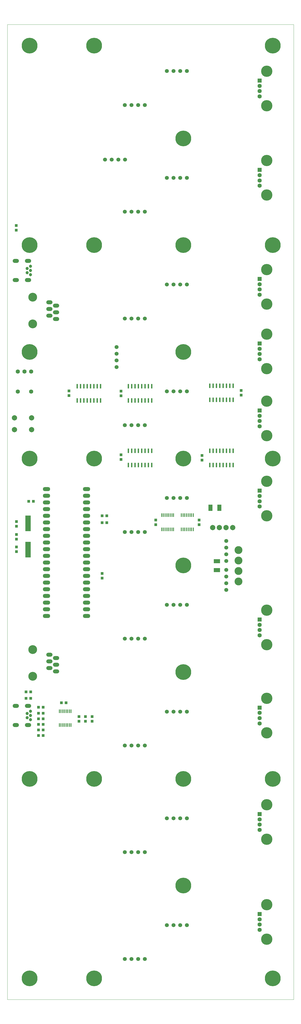
<source format=gbr>
%FSLAX33Y33*%
%MOMM*%
G04 EasyPC Gerber Version 16.0.6 Build 3249 *
%ADD22O,2.40000X1.50000*%
%ADD150O,2.80000X1.50000*%
%ADD12R,0.35000X1.40000*%
%ADD23R,0.60000X1.80000*%
%ADD15R,1.00000X1.10000*%
%ADD71R,1.65000X2.40000*%
%ADD20R,2.10000X6.00000*%
%ADD16R,1.60000X1.60000*%
%ADD73C,0.12000*%
%ADD21C,1.20000*%
%ADD13C,1.50000*%
%ADD17C,1.60000*%
%ADD151C,2.00000*%
%ADD19C,3.00000*%
%ADD152C,3.35000*%
%ADD14R,1.10000X1.00000*%
%ADD18C,4.30000*%
%ADD70R,2.40000X1.65000*%
%ADD24C,6.00000*%
X0Y0D02*
D02*
D12*
X44778Y124350D03*
Y129650D03*
X45413Y124350D03*
Y129650D03*
X46048Y124350D03*
Y129650D03*
X46683Y124350D03*
Y129650D03*
X47318Y124350D03*
Y129650D03*
X47953Y124350D03*
Y129650D03*
X48588Y124350D03*
Y129650D03*
X49223Y124350D03*
Y129650D03*
X83725Y198800D03*
Y204200D03*
X84375Y198800D03*
Y204200D03*
X85025Y198800D03*
Y204200D03*
X85675Y198800D03*
Y204200D03*
X86325Y198800D03*
Y204200D03*
X86975Y198800D03*
Y204200D03*
X87625Y198800D03*
Y204200D03*
X88275Y198800D03*
Y204200D03*
X91225Y198800D03*
Y204200D03*
X91875Y198800D03*
Y204200D03*
X92525Y198800D03*
Y204200D03*
X93175Y198800D03*
Y204200D03*
X93825Y198800D03*
Y204200D03*
X94475Y198800D03*
Y204200D03*
X95125Y198800D03*
Y204200D03*
X95775Y198800D03*
Y204200D03*
D02*
D13*
X62140Y339400D03*
X64680D03*
X66600Y260490D03*
Y263030D03*
Y265570D03*
Y268110D03*
X67220Y339400D03*
X69690Y35400D03*
Y76000D03*
Y116600D03*
Y157200D03*
Y197800D03*
Y238400D03*
Y279000D03*
Y319600D03*
Y360200D03*
X69760Y339400D03*
X72230Y35400D03*
Y76000D03*
Y116600D03*
Y157200D03*
Y197800D03*
Y238400D03*
Y279000D03*
Y319600D03*
Y360200D03*
X74770Y35400D03*
Y76000D03*
Y116600D03*
Y157200D03*
Y197800D03*
Y238400D03*
Y279000D03*
Y319600D03*
Y360200D03*
X77310Y35400D03*
Y76000D03*
Y116600D03*
Y157200D03*
Y197800D03*
Y238400D03*
Y279000D03*
Y319600D03*
Y360200D03*
X85690Y48300D03*
Y88900D03*
Y129500D03*
Y170100D03*
Y210700D03*
Y251300D03*
Y291900D03*
Y332500D03*
Y373100D03*
X88230Y48300D03*
Y88900D03*
Y129500D03*
Y170100D03*
Y210700D03*
Y251300D03*
Y291900D03*
Y332500D03*
Y373100D03*
X90770Y48300D03*
Y88900D03*
Y129500D03*
Y170100D03*
Y210700D03*
Y251300D03*
Y291900D03*
Y332500D03*
Y373100D03*
X93310Y48300D03*
Y88900D03*
Y129500D03*
Y170100D03*
Y210700D03*
Y251300D03*
Y291900D03*
Y332500D03*
Y373100D03*
X108300Y186790D03*
Y189330D03*
Y191870D03*
Y194410D03*
X108350Y175790D03*
Y178330D03*
Y180870D03*
Y183410D03*
D02*
D14*
X32111Y134500D03*
Y137000D03*
X33111Y209500D03*
X33889Y134500D03*
Y137000D03*
X34889Y209500D03*
X36861Y120375D03*
Y122500D03*
Y124625D03*
Y126750D03*
Y128875D03*
Y131125D03*
X38639Y120375D03*
Y122500D03*
Y124625D03*
Y126750D03*
Y128875D03*
Y131125D03*
X45611Y132875D03*
X47389D03*
X61111Y201375D03*
Y204000D03*
X62889Y201375D03*
Y204000D03*
D02*
D15*
X28375Y312611D03*
Y314389D03*
X28500Y190361D03*
Y192139D03*
Y195111D03*
Y196889D03*
Y199986D03*
Y201764D03*
X48500Y249661D03*
Y251439D03*
X52250Y125861D03*
Y127639D03*
X54750Y125861D03*
Y127639D03*
X57250Y125861D03*
Y127639D03*
X61050Y180261D03*
Y182039D03*
X68250Y225361D03*
Y227139D03*
Y249611D03*
Y251389D03*
X81500Y200611D03*
Y202389D03*
X98000Y200611D03*
Y202389D03*
X99100Y225161D03*
Y226939D03*
X114000Y249861D03*
Y251639D03*
D02*
D16*
X121032Y52500D03*
Y90500D03*
Y131000D03*
Y164500D03*
Y213500D03*
Y244000D03*
Y269500D03*
Y294050D03*
Y335500D03*
Y369500D03*
D02*
D17*
X28960Y251190D03*
Y258810D03*
X31500D03*
X34040Y251190D03*
Y258810D03*
X121032Y46500D03*
Y48500D03*
Y50500D03*
Y84500D03*
Y86500D03*
Y88500D03*
Y125000D03*
Y127000D03*
Y129000D03*
Y158500D03*
Y160500D03*
Y162500D03*
Y207500D03*
Y209500D03*
Y211500D03*
Y238000D03*
Y240000D03*
Y242000D03*
Y263500D03*
Y265500D03*
Y267500D03*
Y288050D03*
Y290050D03*
Y292050D03*
Y329500D03*
Y331500D03*
Y333500D03*
Y363500D03*
Y365500D03*
Y367500D03*
D02*
D18*
X123724Y42934D03*
Y56066D03*
Y80934D03*
Y94066D03*
Y121434D03*
Y134566D03*
Y154934D03*
Y168066D03*
Y203934D03*
Y217066D03*
Y234434D03*
Y247566D03*
Y259934D03*
Y273066D03*
Y284484D03*
Y297616D03*
Y325934D03*
Y339066D03*
Y359934D03*
Y373066D03*
D02*
D19*
X113000Y179010D03*
Y182970D03*
Y186930D03*
Y190890D03*
D02*
D70*
X104750Y183273D03*
Y186725D03*
D02*
D71*
X102275Y207000D03*
X105727D03*
D02*
D20*
X32875Y191125D03*
Y201125D03*
D02*
D21*
X32575Y127200D03*
Y128800D03*
Y296450D03*
Y298050D03*
X33775Y126400D03*
Y128000D03*
Y129600D03*
Y295650D03*
Y297250D03*
Y298850D03*
D02*
D22*
X28225Y124350D03*
Y131650D03*
Y293600D03*
Y300900D03*
X32875Y124350D03*
Y131650D03*
Y293600D03*
Y300900D03*
X41000Y146095D03*
Y148635D03*
Y151175D03*
Y280095D03*
Y282635D03*
Y285175D03*
X43540Y144825D03*
Y147365D03*
Y149905D03*
Y278825D03*
Y281365D03*
Y283905D03*
D02*
D23*
X51560Y247795D03*
Y253205D03*
X52830Y247795D03*
Y253205D03*
X54100Y247795D03*
Y253205D03*
X55370Y247795D03*
Y253205D03*
X56640Y247795D03*
Y253205D03*
X57910Y247795D03*
Y253205D03*
X59180Y247795D03*
Y253205D03*
X60450Y247795D03*
Y253205D03*
X71060Y223295D03*
Y228705D03*
Y247795D03*
Y253205D03*
X72330Y223295D03*
Y228705D03*
Y247795D03*
Y253205D03*
X73600Y223295D03*
Y228705D03*
Y247795D03*
Y253205D03*
X74870Y223295D03*
Y228705D03*
Y247795D03*
Y253205D03*
X76140Y223295D03*
Y228705D03*
Y247795D03*
Y253205D03*
X77410Y223295D03*
Y228705D03*
Y247795D03*
Y253205D03*
X78680Y223295D03*
Y228705D03*
Y247795D03*
Y253205D03*
X79950Y223295D03*
Y228705D03*
Y247795D03*
Y253205D03*
X102050Y248045D03*
Y253455D03*
X102060Y223295D03*
Y228705D03*
X103320Y248045D03*
Y253455D03*
X103330Y223295D03*
Y228705D03*
X104590Y248045D03*
Y253455D03*
X104600Y223295D03*
Y228705D03*
X105860Y248045D03*
Y253455D03*
X105870Y223295D03*
Y228705D03*
X107130Y248045D03*
Y253455D03*
X107140Y223295D03*
Y228705D03*
X108400Y248045D03*
Y253455D03*
X108410Y223295D03*
Y228705D03*
X109670Y248045D03*
Y253455D03*
X109680Y223295D03*
Y228705D03*
X110940Y248045D03*
Y253455D03*
X110950Y223295D03*
Y228705D03*
D02*
D24*
X33500Y28000D03*
Y103900D03*
Y225700D03*
Y266300D03*
Y306900D03*
Y382800D03*
X58000Y28000D03*
Y103900D03*
Y225700D03*
Y306900D03*
Y382800D03*
X92000Y63300D03*
Y103900D03*
Y144500D03*
Y185100D03*
Y225700D03*
Y266300D03*
Y306900D03*
Y347500D03*
X126000Y28000D03*
Y103900D03*
Y225700D03*
Y306900D03*
Y382800D03*
D02*
D73*
X25000Y20008D02*
X134000D01*
Y390808*
X25000*
Y20008*
D02*
D150*
X39880Y165870D03*
Y168410D03*
Y170950D03*
Y173490D03*
Y176030D03*
Y178570D03*
Y181110D03*
Y183650D03*
Y186190D03*
Y188730D03*
Y191270D03*
Y193810D03*
Y196350D03*
Y198890D03*
Y201430D03*
Y203970D03*
Y206510D03*
Y209050D03*
Y211590D03*
Y214130D03*
X55120Y165870D03*
Y168410D03*
Y170950D03*
Y173490D03*
Y176030D03*
Y178570D03*
Y181110D03*
Y183650D03*
Y186190D03*
Y188730D03*
Y191270D03*
Y193810D03*
Y196350D03*
Y198890D03*
Y201430D03*
Y203970D03*
Y206510D03*
Y209050D03*
Y211590D03*
Y214130D03*
D02*
D151*
X27750Y236750D03*
Y241250D03*
X34250Y236750D03*
Y241250D03*
X103190Y199500D03*
X105730D03*
X108270D03*
X110810D03*
D02*
D152*
X34650Y142920D03*
Y153080D03*
Y276920D03*
Y287080D03*
X0Y0D02*
M02*

</source>
